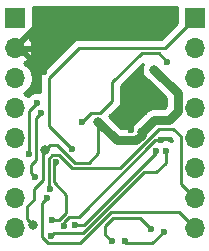
<source format=gbl>
G04 #@! TF.GenerationSoftware,KiCad,Pcbnew,(5.1.12)-1*
G04 #@! TF.CreationDate,2022-08-19T23:51:52+09:00*
G04 #@! TF.ProjectId,main,6d61696e-2e6b-4696-9361-645f70636258,rev?*
G04 #@! TF.SameCoordinates,PX7e5ca20PY5e39180*
G04 #@! TF.FileFunction,Copper,L2,Bot*
G04 #@! TF.FilePolarity,Positive*
%FSLAX46Y46*%
G04 Gerber Fmt 4.6, Leading zero omitted, Abs format (unit mm)*
G04 Created by KiCad (PCBNEW (5.1.12)-1) date 2022-08-19 23:51:52*
%MOMM*%
%LPD*%
G01*
G04 APERTURE LIST*
G04 #@! TA.AperFunction,ComponentPad*
%ADD10O,1.700000X1.700000*%
G04 #@! TD*
G04 #@! TA.AperFunction,ComponentPad*
%ADD11R,1.700000X1.700000*%
G04 #@! TD*
G04 #@! TA.AperFunction,ViaPad*
%ADD12C,0.600000*%
G04 #@! TD*
G04 #@! TA.AperFunction,ViaPad*
%ADD13C,0.800000*%
G04 #@! TD*
G04 #@! TA.AperFunction,Conductor*
%ADD14C,0.250000*%
G04 #@! TD*
G04 #@! TA.AperFunction,Conductor*
%ADD15C,0.500000*%
G04 #@! TD*
G04 #@! TA.AperFunction,Conductor*
%ADD16C,0.750000*%
G04 #@! TD*
G04 #@! TA.AperFunction,Conductor*
%ADD17C,0.254000*%
G04 #@! TD*
G04 #@! TA.AperFunction,Conductor*
%ADD18C,0.100000*%
G04 #@! TD*
G04 APERTURE END LIST*
D10*
G04 #@! TO.P,J3,8*
G04 #@! TO.N,SDA1*
X15600000Y-19360000D03*
G04 #@! TO.P,J3,7*
G04 #@! TO.N,SCL1*
X15600000Y-16820000D03*
G04 #@! TO.P,J3,6*
G04 #@! TO.N,B-PWM1*
X15600000Y-14280000D03*
G04 #@! TO.P,J3,5*
G04 #@! TO.N,B-PWM6*
X15600000Y-11740000D03*
G04 #@! TO.P,J3,4*
G04 #@! TO.N,B-PWM4*
X15600000Y-9200000D03*
G04 #@! TO.P,J3,3*
G04 #@! TO.N,B-PWM3*
X15600000Y-6660000D03*
G04 #@! TO.P,J3,2*
G04 #@! TO.N,B-PWM2*
X15600000Y-4120000D03*
D11*
G04 #@! TO.P,J3,1*
G04 #@! TO.N,B-PWM5*
X15600000Y-1580000D03*
G04 #@! TD*
D10*
G04 #@! TO.P,J1,8*
G04 #@! TO.N,Net-(J1-Pad8)*
X400000Y-19380000D03*
G04 #@! TO.P,J1,7*
G04 #@! TO.N,TX1*
X400000Y-16840000D03*
G04 #@! TO.P,J1,6*
G04 #@! TO.N,RX1*
X400000Y-14300000D03*
G04 #@! TO.P,J1,5*
G04 #@! TO.N,MISO*
X400000Y-11760000D03*
G04 #@! TO.P,J1,4*
G04 #@! TO.N,MOSI*
X400000Y-9220000D03*
G04 #@! TO.P,J1,3*
G04 #@! TO.N,SCK*
X400000Y-6680000D03*
G04 #@! TO.P,J1,2*
G04 #@! TO.N,GND*
X400000Y-4140000D03*
D11*
G04 #@! TO.P,J1,1*
G04 #@! TO.N,+5V*
X400000Y-1600000D03*
G04 #@! TD*
D12*
G04 #@! TO.N,GND*
X10700000Y-6560000D03*
X12790000Y-11950000D03*
X4570000Y-19160000D03*
X10240000Y-11070000D03*
X2810000Y-6180000D03*
X13370000Y-840000D03*
X2840000Y-4220000D03*
G04 #@! TO.N,Net-(C1-Pad1)*
X2630000Y-9640000D03*
X2120000Y-15000000D03*
G04 #@! TO.N,Net-(C2-Pad1)*
X2250000Y-8760000D03*
X1590000Y-13100000D03*
D13*
G04 #@! TO.N,+5V*
X2940000Y-12770000D03*
X7440000Y-10390000D03*
X11130000Y-11260000D03*
X1920000Y-19120000D03*
X12170000Y-5960000D03*
D12*
G04 #@! TO.N,B-PWM5*
X5190000Y-12670000D03*
G04 #@! TO.N,B-PWM4*
X12980000Y-19660000D03*
X9700000Y-20500000D03*
G04 #@! TO.N,B-PWM2*
X13150000Y-12800000D03*
X3460000Y-20000000D03*
G04 #@! TO.N,B-PWM3*
X11940000Y-19410000D03*
X8580000Y-20470000D03*
G04 #@! TO.N,RX1LED*
X13300000Y-5270000D03*
X6090000Y-10370000D03*
G04 #@! TO.N,TX1LED*
X5500000Y-19070000D03*
X12330000Y-12800000D03*
G04 #@! TO.N,SDA1*
X3070000Y-16810000D03*
G04 #@! TO.N,SCL1*
X3330000Y-16050000D03*
G04 #@! TO.N,Net-(J1-Pad8)*
X3860000Y-13810000D03*
X3539990Y-18680000D03*
G04 #@! TD*
D14*
G04 #@! TO.N,GND*
X4570000Y-19160000D02*
X4570000Y-18846410D01*
X4971411Y-18444999D02*
X4570000Y-18846410D01*
X5786375Y-18444999D02*
X4971411Y-18444999D01*
X12281374Y-11950000D02*
X5786375Y-18444999D01*
X12790000Y-11950000D02*
X12281374Y-11950000D01*
D15*
X10240000Y-7020000D02*
X10700000Y-6560000D01*
X10240000Y-11070000D02*
X10240000Y-7020000D01*
X3700000Y-840000D02*
X400000Y-4140000D01*
X13370000Y-840000D02*
X3700000Y-840000D01*
X770000Y-4140000D02*
X2810000Y-6180000D01*
X400000Y-4140000D02*
X770000Y-4140000D01*
D14*
G04 #@! TO.N,Net-(C1-Pad1)*
X2215001Y-13564999D02*
X2215001Y-10054999D01*
X2215001Y-10054999D02*
X2630000Y-9640000D01*
X1790000Y-13990000D02*
X2215001Y-13564999D01*
X1790000Y-14670000D02*
X1790000Y-13990000D01*
X2120000Y-15000000D02*
X1790000Y-14670000D01*
G04 #@! TO.N,Net-(C2-Pad1)*
X1590000Y-9420000D02*
X2250000Y-8760000D01*
X1590000Y-13100000D02*
X1590000Y-9420000D01*
G04 #@! TO.N,+5V*
X2784989Y-15260013D02*
X2784989Y-12925011D01*
X1970000Y-16075002D02*
X2784989Y-15260013D01*
X1970000Y-16984998D02*
X1970000Y-16075002D01*
X1440000Y-17514998D02*
X1970000Y-16984998D01*
X2784989Y-12925011D02*
X2940000Y-12770000D01*
X1440000Y-18640000D02*
X1440000Y-17514998D01*
X1920000Y-19120000D02*
X1440000Y-18640000D01*
X3339999Y-12370001D02*
X3981413Y-12370001D01*
X2940000Y-12770000D02*
X3339999Y-12370001D01*
X3981413Y-12370001D02*
X5451402Y-13839990D01*
X5451402Y-13839990D02*
X6630010Y-13839990D01*
X7440000Y-13030000D02*
X7440000Y-10390000D01*
X6630010Y-13839990D02*
X7440000Y-13030000D01*
D16*
X11130000Y-11475002D02*
X11130000Y-11260000D01*
X10660001Y-11945001D02*
X11130000Y-11475002D01*
X8995001Y-11945001D02*
X10660001Y-11945001D01*
X7440000Y-10390000D02*
X8995001Y-11945001D01*
X14174999Y-9450003D02*
X14174999Y-7964999D01*
X13440001Y-10185001D02*
X14174999Y-9450003D01*
X12204999Y-10185001D02*
X13440001Y-10185001D01*
X14174999Y-7964999D02*
X12170000Y-5960000D01*
X11130000Y-11260000D02*
X12204999Y-10185001D01*
D14*
G04 #@! TO.N,B-PWM5*
X13090000Y-4090000D02*
X15600000Y-1580000D01*
X5825002Y-4090000D02*
X13090000Y-4090000D01*
X3255001Y-6660001D02*
X5825002Y-4090000D01*
X3255001Y-10735001D02*
X3255001Y-6660001D01*
X5190000Y-12670000D02*
X3255001Y-10735001D01*
G04 #@! TO.N,B-PWM4*
X11990010Y-20649990D02*
X12980000Y-19660000D01*
X9819990Y-20649990D02*
X11990010Y-20649990D01*
X9700000Y-20530000D02*
X9819990Y-20649990D01*
X9700000Y-20500000D02*
X9700000Y-20530000D01*
G04 #@! TO.N,B-PWM2*
X3664999Y-19795001D02*
X3460000Y-20000000D01*
X6142179Y-19795001D02*
X3664999Y-19795001D01*
X10567180Y-15370000D02*
X6142179Y-19795001D01*
X10570000Y-15370000D02*
X10567180Y-15370000D01*
X10570000Y-15370000D02*
X10570000Y-15367180D01*
X10570000Y-15367180D02*
X11317180Y-14620000D01*
X11317180Y-14620000D02*
X12370000Y-14620000D01*
X13150000Y-13840000D02*
X13150000Y-12800000D01*
X12370000Y-14620000D02*
X13150000Y-13840000D01*
G04 #@! TO.N,B-PWM3*
X8580000Y-20470000D02*
X8050000Y-19940000D01*
X8050000Y-19940000D02*
X8050000Y-19160000D01*
X8050000Y-19160000D02*
X8720000Y-18490000D01*
X11020000Y-18490000D02*
X11940000Y-19410000D01*
X8720000Y-18490000D02*
X11020000Y-18490000D01*
G04 #@! TO.N,RX1LED*
X13300000Y-5270000D02*
X12570010Y-4540010D01*
X12570010Y-4540010D02*
X11129990Y-4540010D01*
X11129990Y-4540010D02*
X8630000Y-7040000D01*
X8630000Y-7040000D02*
X8630000Y-8600000D01*
X6795001Y-9664999D02*
X6090000Y-10370000D01*
X7565001Y-9664999D02*
X6795001Y-9664999D01*
X8630000Y-8600000D02*
X7565001Y-9664999D01*
G04 #@! TO.N,TX1LED*
X12330000Y-12970770D02*
X12330000Y-12800000D01*
X6230770Y-19070000D02*
X12330000Y-12970770D01*
X5500000Y-19070000D02*
X6230770Y-19070000D01*
G04 #@! TO.N,SDA1*
X2760000Y-17120000D02*
X3070000Y-16810000D01*
X2645001Y-17234999D02*
X2760000Y-17120000D01*
X2645001Y-20085001D02*
X2645001Y-17234999D01*
X3209990Y-20649990D02*
X2645001Y-20085001D01*
X5923600Y-20649990D02*
X3209990Y-20649990D01*
X8533600Y-18039990D02*
X5923600Y-20649990D01*
X14279990Y-18039990D02*
X8533600Y-18039990D01*
X15600000Y-19360000D02*
X14279990Y-18039990D01*
G04 #@! TO.N,SCL1*
X3234999Y-13509999D02*
X3234999Y-15954999D01*
X4160001Y-13184999D02*
X3559999Y-13184999D01*
X5265002Y-14290000D02*
X4160001Y-13184999D01*
X9304964Y-14290000D02*
X5265002Y-14290000D01*
X12624964Y-10970000D02*
X9304964Y-14290000D01*
X3234999Y-15954999D02*
X3330000Y-16050000D01*
X13800000Y-10970000D02*
X12624964Y-10970000D01*
X14424999Y-11594999D02*
X13800000Y-10970000D01*
X14424999Y-15644999D02*
X14424999Y-11594999D01*
X3559999Y-13184999D02*
X3234999Y-13509999D01*
X15600000Y-16820000D02*
X14424999Y-15644999D01*
G04 #@! TO.N,Net-(J1-Pad8)*
X3860000Y-13820000D02*
X3685009Y-13994991D01*
X3860000Y-13810000D02*
X3860000Y-13820000D01*
X3685009Y-15480007D02*
X3917502Y-15712500D01*
X3685009Y-13994991D02*
X3685009Y-15480007D01*
X4100000Y-18680000D02*
X3539990Y-18680000D01*
X4730000Y-18050000D02*
X4100000Y-18680000D01*
X4730000Y-16524998D02*
X4730000Y-18050000D01*
X3685009Y-15480007D02*
X4730000Y-16524998D01*
G04 #@! TD*
D17*
G04 #@! TO.N,GND*
X13665000Y-11909802D02*
X13665000Y-12019597D01*
X13592889Y-11971414D01*
X13422729Y-11900932D01*
X13242089Y-11865000D01*
X13057911Y-11865000D01*
X12877271Y-11900932D01*
X12740000Y-11957791D01*
X12720183Y-11949583D01*
X12939766Y-11730000D01*
X13485199Y-11730000D01*
X13665000Y-11909802D01*
G04 #@! TA.AperFunction,Conductor*
D18*
G36*
X13665000Y-11909802D02*
G01*
X13665000Y-12019597D01*
X13592889Y-11971414D01*
X13422729Y-11900932D01*
X13242089Y-11865000D01*
X13057911Y-11865000D01*
X12877271Y-11900932D01*
X12740000Y-11957791D01*
X12720183Y-11949583D01*
X12939766Y-11730000D01*
X13485199Y-11730000D01*
X13665000Y-11909802D01*
G37*
G04 #@! TD.AperFunction*
D17*
X11174774Y-5658102D02*
X11135000Y-5858061D01*
X11135000Y-6061939D01*
X11174774Y-6261898D01*
X11252795Y-6450256D01*
X11366063Y-6619774D01*
X11510226Y-6763937D01*
X11616776Y-6835132D01*
X13165000Y-8383356D01*
X13164999Y-9031648D01*
X13021646Y-9175001D01*
X12254603Y-9175001D01*
X12204998Y-9170115D01*
X12155393Y-9175001D01*
X12155391Y-9175001D01*
X12007005Y-9189616D01*
X11816619Y-9247369D01*
X11641159Y-9341154D01*
X11487366Y-9467368D01*
X11455738Y-9505907D01*
X10576777Y-10384868D01*
X10470226Y-10456063D01*
X10326063Y-10600226D01*
X10212795Y-10769744D01*
X10144343Y-10935001D01*
X9413357Y-10935001D01*
X8391578Y-9913223D01*
X9141003Y-9163799D01*
X9170001Y-9140001D01*
X9202830Y-9099999D01*
X9264974Y-9024277D01*
X9335546Y-8892247D01*
X9335925Y-8890998D01*
X9379003Y-8748986D01*
X9390000Y-8637333D01*
X9390000Y-8637324D01*
X9393676Y-8600001D01*
X9390000Y-8562678D01*
X9390000Y-7354801D01*
X11237053Y-5507749D01*
X11174774Y-5658102D01*
G04 #@! TA.AperFunction,Conductor*
D18*
G36*
X11174774Y-5658102D02*
G01*
X11135000Y-5858061D01*
X11135000Y-6061939D01*
X11174774Y-6261898D01*
X11252795Y-6450256D01*
X11366063Y-6619774D01*
X11510226Y-6763937D01*
X11616776Y-6835132D01*
X13165000Y-8383356D01*
X13164999Y-9031648D01*
X13021646Y-9175001D01*
X12254603Y-9175001D01*
X12204998Y-9170115D01*
X12155393Y-9175001D01*
X12155391Y-9175001D01*
X12007005Y-9189616D01*
X11816619Y-9247369D01*
X11641159Y-9341154D01*
X11487366Y-9467368D01*
X11455738Y-9505907D01*
X10576777Y-10384868D01*
X10470226Y-10456063D01*
X10326063Y-10600226D01*
X10212795Y-10769744D01*
X10144343Y-10935001D01*
X9413357Y-10935001D01*
X8391578Y-9913223D01*
X9141003Y-9163799D01*
X9170001Y-9140001D01*
X9202830Y-9099999D01*
X9264974Y-9024277D01*
X9335546Y-8892247D01*
X9335925Y-8890998D01*
X9379003Y-8748986D01*
X9390000Y-8637333D01*
X9390000Y-8637324D01*
X9393676Y-8600001D01*
X9390000Y-8562678D01*
X9390000Y-7354801D01*
X11237053Y-5507749D01*
X11174774Y-5658102D01*
G37*
G04 #@! TD.AperFunction*
D17*
X14111928Y-730000D02*
X14111928Y-1993270D01*
X12775199Y-3330000D01*
X5862324Y-3330000D01*
X5825001Y-3326324D01*
X5787678Y-3330000D01*
X5787669Y-3330000D01*
X5676016Y-3340997D01*
X5532755Y-3384454D01*
X5400726Y-3455026D01*
X5285001Y-3549999D01*
X5261203Y-3578997D01*
X2743999Y-6096202D01*
X2715001Y-6120000D01*
X2691203Y-6148998D01*
X2691202Y-6148999D01*
X2620027Y-6235725D01*
X2549455Y-6367755D01*
X2505999Y-6511016D01*
X2491325Y-6660001D01*
X2495002Y-6697333D01*
X2495002Y-7855417D01*
X2342089Y-7825000D01*
X2157911Y-7825000D01*
X1977271Y-7860932D01*
X1807111Y-7931414D01*
X1653972Y-8033738D01*
X1523738Y-8163972D01*
X1491831Y-8211724D01*
X1346632Y-8066525D01*
X1172240Y-7950000D01*
X1346632Y-7833475D01*
X1553475Y-7626632D01*
X1715990Y-7383411D01*
X1827932Y-7113158D01*
X1885000Y-6826260D01*
X1885000Y-6533740D01*
X1827932Y-6246842D01*
X1715990Y-5976589D01*
X1553475Y-5733368D01*
X1346632Y-5526525D01*
X1164466Y-5404805D01*
X1281355Y-5335178D01*
X1497588Y-5140269D01*
X1671641Y-4906920D01*
X1796825Y-4644099D01*
X1841476Y-4496890D01*
X1720155Y-4267000D01*
X527000Y-4267000D01*
X527000Y-4287000D01*
X273000Y-4287000D01*
X273000Y-4267000D01*
X253000Y-4267000D01*
X253000Y-4013000D01*
X273000Y-4013000D01*
X273000Y-3993000D01*
X527000Y-3993000D01*
X527000Y-4013000D01*
X1720155Y-4013000D01*
X1841476Y-3783110D01*
X1796825Y-3635901D01*
X1671641Y-3373080D01*
X1497588Y-3139731D01*
X1413534Y-3063966D01*
X1494180Y-3039502D01*
X1604494Y-2980537D01*
X1701185Y-2901185D01*
X1780537Y-2804494D01*
X1839502Y-2694180D01*
X1875812Y-2574482D01*
X1888072Y-2450000D01*
X1888072Y-750000D01*
X1879208Y-660000D01*
X14118822Y-660000D01*
X14111928Y-730000D01*
G04 #@! TA.AperFunction,Conductor*
D18*
G36*
X14111928Y-730000D02*
G01*
X14111928Y-1993270D01*
X12775199Y-3330000D01*
X5862324Y-3330000D01*
X5825001Y-3326324D01*
X5787678Y-3330000D01*
X5787669Y-3330000D01*
X5676016Y-3340997D01*
X5532755Y-3384454D01*
X5400726Y-3455026D01*
X5285001Y-3549999D01*
X5261203Y-3578997D01*
X2743999Y-6096202D01*
X2715001Y-6120000D01*
X2691203Y-6148998D01*
X2691202Y-6148999D01*
X2620027Y-6235725D01*
X2549455Y-6367755D01*
X2505999Y-6511016D01*
X2491325Y-6660001D01*
X2495002Y-6697333D01*
X2495002Y-7855417D01*
X2342089Y-7825000D01*
X2157911Y-7825000D01*
X1977271Y-7860932D01*
X1807111Y-7931414D01*
X1653972Y-8033738D01*
X1523738Y-8163972D01*
X1491831Y-8211724D01*
X1346632Y-8066525D01*
X1172240Y-7950000D01*
X1346632Y-7833475D01*
X1553475Y-7626632D01*
X1715990Y-7383411D01*
X1827932Y-7113158D01*
X1885000Y-6826260D01*
X1885000Y-6533740D01*
X1827932Y-6246842D01*
X1715990Y-5976589D01*
X1553475Y-5733368D01*
X1346632Y-5526525D01*
X1164466Y-5404805D01*
X1281355Y-5335178D01*
X1497588Y-5140269D01*
X1671641Y-4906920D01*
X1796825Y-4644099D01*
X1841476Y-4496890D01*
X1720155Y-4267000D01*
X527000Y-4267000D01*
X527000Y-4287000D01*
X273000Y-4287000D01*
X273000Y-4267000D01*
X253000Y-4267000D01*
X253000Y-4013000D01*
X273000Y-4013000D01*
X273000Y-3993000D01*
X527000Y-3993000D01*
X527000Y-4013000D01*
X1720155Y-4013000D01*
X1841476Y-3783110D01*
X1796825Y-3635901D01*
X1671641Y-3373080D01*
X1497588Y-3139731D01*
X1413534Y-3063966D01*
X1494180Y-3039502D01*
X1604494Y-2980537D01*
X1701185Y-2901185D01*
X1780537Y-2804494D01*
X1839502Y-2694180D01*
X1875812Y-2574482D01*
X1888072Y-2450000D01*
X1888072Y-750000D01*
X1879208Y-660000D01*
X14118822Y-660000D01*
X14111928Y-730000D01*
G37*
G04 #@! TD.AperFunction*
G04 #@! TD*
M02*

</source>
